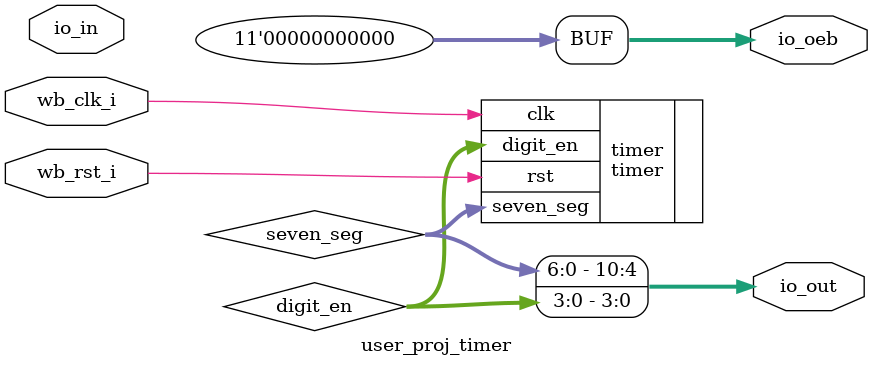
<source format=v>

`default_nettype none
/*
 *-------------------------------------------------------------
 *
 * user_proj_example
 *
 * This is an example of a (trivially simple) user project,
 * showing how the user project can connect to the logic
 * analyzer, the wishbone bus, and the I/O pads.
 *
 * This project generates an integer count, which is output
 * on the user area GPIO pads (digital output only).  The
 * wishbone connection allows the project to be controlled
 * (start and stop) from the management SoC program.
 *
 * See the testbenches in directory "mprj_counter" for the
 * example programs that drive this user project.  The three
 * testbenches are "io_ports", "la_test1", and "la_test2".
 *
 *-------------------------------------------------------------
 */

module user_proj_timer (
`ifdef USE_POWER_PINS
    inout vccd1,	// User area 1 1.8V supply
    inout vssd1,	// User area 1 digital ground
`endif

    // Wishbone Slave ports (WB MI A)
    input wb_clk_i,
    input wb_rst_i,

    // IOs
    input  [10:0] io_in,
    output [10:0] io_out,
    output [10:0] io_oeb
);

    wire [6:0] seven_seg;
    wire [3:0] digit_en;

    timer timer(
        .clk(wb_clk_i),
        .rst(wb_rst_i),
        .seven_seg(seven_seg),
        .digit_en(digit_en)
    );

    assign io_out = {seven_seg, digit_en};
    assign io_oeb = 11'd0;
    
endmodule

`default_nettype wire
</source>
